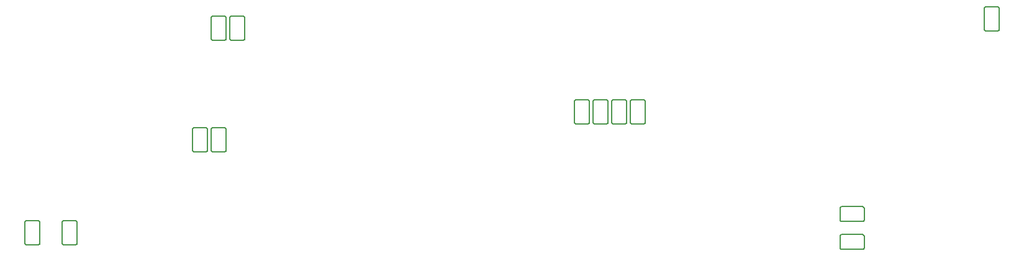
<source format=gbo>
G75*
%MOIN*%
%OFA0B0*%
%FSLAX25Y25*%
%IPPOS*%
%LPD*%
%AMOC8*
5,1,8,0,0,1.08239X$1,22.5*
%
%ADD10C,0.00600*%
D10*
X0147300Y0115800D02*
X0147300Y0126800D01*
X0147302Y0126860D01*
X0147307Y0126921D01*
X0147316Y0126980D01*
X0147329Y0127039D01*
X0147345Y0127098D01*
X0147365Y0127155D01*
X0147388Y0127210D01*
X0147415Y0127265D01*
X0147444Y0127317D01*
X0147477Y0127368D01*
X0147513Y0127417D01*
X0147551Y0127463D01*
X0147593Y0127507D01*
X0147637Y0127549D01*
X0147683Y0127587D01*
X0147732Y0127623D01*
X0147783Y0127656D01*
X0147835Y0127685D01*
X0147890Y0127712D01*
X0147945Y0127735D01*
X0148002Y0127755D01*
X0148061Y0127771D01*
X0148120Y0127784D01*
X0148179Y0127793D01*
X0148240Y0127798D01*
X0148300Y0127800D01*
X0154300Y0127800D01*
X0154360Y0127798D01*
X0154421Y0127793D01*
X0154480Y0127784D01*
X0154539Y0127771D01*
X0154598Y0127755D01*
X0154655Y0127735D01*
X0154710Y0127712D01*
X0154765Y0127685D01*
X0154817Y0127656D01*
X0154868Y0127623D01*
X0154917Y0127587D01*
X0154963Y0127549D01*
X0155007Y0127507D01*
X0155049Y0127463D01*
X0155087Y0127417D01*
X0155123Y0127368D01*
X0155156Y0127317D01*
X0155185Y0127265D01*
X0155212Y0127210D01*
X0155235Y0127155D01*
X0155255Y0127098D01*
X0155271Y0127039D01*
X0155284Y0126980D01*
X0155293Y0126921D01*
X0155298Y0126860D01*
X0155300Y0126800D01*
X0155300Y0115800D01*
X0155298Y0115740D01*
X0155293Y0115679D01*
X0155284Y0115620D01*
X0155271Y0115561D01*
X0155255Y0115502D01*
X0155235Y0115445D01*
X0155212Y0115390D01*
X0155185Y0115335D01*
X0155156Y0115283D01*
X0155123Y0115232D01*
X0155087Y0115183D01*
X0155049Y0115137D01*
X0155007Y0115093D01*
X0154963Y0115051D01*
X0154917Y0115013D01*
X0154868Y0114977D01*
X0154817Y0114944D01*
X0154765Y0114915D01*
X0154710Y0114888D01*
X0154655Y0114865D01*
X0154598Y0114845D01*
X0154539Y0114829D01*
X0154480Y0114816D01*
X0154421Y0114807D01*
X0154360Y0114802D01*
X0154300Y0114800D01*
X0148300Y0114800D01*
X0148240Y0114802D01*
X0148179Y0114807D01*
X0148120Y0114816D01*
X0148061Y0114829D01*
X0148002Y0114845D01*
X0147945Y0114865D01*
X0147890Y0114888D01*
X0147835Y0114915D01*
X0147783Y0114944D01*
X0147732Y0114977D01*
X0147683Y0115013D01*
X0147637Y0115051D01*
X0147593Y0115093D01*
X0147551Y0115137D01*
X0147513Y0115183D01*
X0147477Y0115232D01*
X0147444Y0115283D01*
X0147415Y0115335D01*
X0147388Y0115390D01*
X0147365Y0115445D01*
X0147345Y0115502D01*
X0147329Y0115561D01*
X0147316Y0115620D01*
X0147307Y0115679D01*
X0147302Y0115740D01*
X0147300Y0115800D01*
X0167300Y0115800D02*
X0167300Y0126800D01*
X0167302Y0126860D01*
X0167307Y0126921D01*
X0167316Y0126980D01*
X0167329Y0127039D01*
X0167345Y0127098D01*
X0167365Y0127155D01*
X0167388Y0127210D01*
X0167415Y0127265D01*
X0167444Y0127317D01*
X0167477Y0127368D01*
X0167513Y0127417D01*
X0167551Y0127463D01*
X0167593Y0127507D01*
X0167637Y0127549D01*
X0167683Y0127587D01*
X0167732Y0127623D01*
X0167783Y0127656D01*
X0167835Y0127685D01*
X0167890Y0127712D01*
X0167945Y0127735D01*
X0168002Y0127755D01*
X0168061Y0127771D01*
X0168120Y0127784D01*
X0168179Y0127793D01*
X0168240Y0127798D01*
X0168300Y0127800D01*
X0174300Y0127800D01*
X0174360Y0127798D01*
X0174421Y0127793D01*
X0174480Y0127784D01*
X0174539Y0127771D01*
X0174598Y0127755D01*
X0174655Y0127735D01*
X0174710Y0127712D01*
X0174765Y0127685D01*
X0174817Y0127656D01*
X0174868Y0127623D01*
X0174917Y0127587D01*
X0174963Y0127549D01*
X0175007Y0127507D01*
X0175049Y0127463D01*
X0175087Y0127417D01*
X0175123Y0127368D01*
X0175156Y0127317D01*
X0175185Y0127265D01*
X0175212Y0127210D01*
X0175235Y0127155D01*
X0175255Y0127098D01*
X0175271Y0127039D01*
X0175284Y0126980D01*
X0175293Y0126921D01*
X0175298Y0126860D01*
X0175300Y0126800D01*
X0175300Y0115800D01*
X0175298Y0115740D01*
X0175293Y0115679D01*
X0175284Y0115620D01*
X0175271Y0115561D01*
X0175255Y0115502D01*
X0175235Y0115445D01*
X0175212Y0115390D01*
X0175185Y0115335D01*
X0175156Y0115283D01*
X0175123Y0115232D01*
X0175087Y0115183D01*
X0175049Y0115137D01*
X0175007Y0115093D01*
X0174963Y0115051D01*
X0174917Y0115013D01*
X0174868Y0114977D01*
X0174817Y0114944D01*
X0174765Y0114915D01*
X0174710Y0114888D01*
X0174655Y0114865D01*
X0174598Y0114845D01*
X0174539Y0114829D01*
X0174480Y0114816D01*
X0174421Y0114807D01*
X0174360Y0114802D01*
X0174300Y0114800D01*
X0168300Y0114800D01*
X0168240Y0114802D01*
X0168179Y0114807D01*
X0168120Y0114816D01*
X0168061Y0114829D01*
X0168002Y0114845D01*
X0167945Y0114865D01*
X0167890Y0114888D01*
X0167835Y0114915D01*
X0167783Y0114944D01*
X0167732Y0114977D01*
X0167683Y0115013D01*
X0167637Y0115051D01*
X0167593Y0115093D01*
X0167551Y0115137D01*
X0167513Y0115183D01*
X0167477Y0115232D01*
X0167444Y0115283D01*
X0167415Y0115335D01*
X0167388Y0115390D01*
X0167365Y0115445D01*
X0167345Y0115502D01*
X0167329Y0115561D01*
X0167316Y0115620D01*
X0167307Y0115679D01*
X0167302Y0115740D01*
X0167300Y0115800D01*
X0237300Y0165800D02*
X0237300Y0176800D01*
X0237302Y0176860D01*
X0237307Y0176921D01*
X0237316Y0176980D01*
X0237329Y0177039D01*
X0237345Y0177098D01*
X0237365Y0177155D01*
X0237388Y0177210D01*
X0237415Y0177265D01*
X0237444Y0177317D01*
X0237477Y0177368D01*
X0237513Y0177417D01*
X0237551Y0177463D01*
X0237593Y0177507D01*
X0237637Y0177549D01*
X0237683Y0177587D01*
X0237732Y0177623D01*
X0237783Y0177656D01*
X0237835Y0177685D01*
X0237890Y0177712D01*
X0237945Y0177735D01*
X0238002Y0177755D01*
X0238061Y0177771D01*
X0238120Y0177784D01*
X0238179Y0177793D01*
X0238240Y0177798D01*
X0238300Y0177800D01*
X0244300Y0177800D01*
X0244360Y0177798D01*
X0244421Y0177793D01*
X0244480Y0177784D01*
X0244539Y0177771D01*
X0244598Y0177755D01*
X0244655Y0177735D01*
X0244710Y0177712D01*
X0244765Y0177685D01*
X0244817Y0177656D01*
X0244868Y0177623D01*
X0244917Y0177587D01*
X0244963Y0177549D01*
X0245007Y0177507D01*
X0245049Y0177463D01*
X0245087Y0177417D01*
X0245123Y0177368D01*
X0245156Y0177317D01*
X0245185Y0177265D01*
X0245212Y0177210D01*
X0245235Y0177155D01*
X0245255Y0177098D01*
X0245271Y0177039D01*
X0245284Y0176980D01*
X0245293Y0176921D01*
X0245298Y0176860D01*
X0245300Y0176800D01*
X0245300Y0165800D01*
X0245298Y0165740D01*
X0245293Y0165679D01*
X0245284Y0165620D01*
X0245271Y0165561D01*
X0245255Y0165502D01*
X0245235Y0165445D01*
X0245212Y0165390D01*
X0245185Y0165335D01*
X0245156Y0165283D01*
X0245123Y0165232D01*
X0245087Y0165183D01*
X0245049Y0165137D01*
X0245007Y0165093D01*
X0244963Y0165051D01*
X0244917Y0165013D01*
X0244868Y0164977D01*
X0244817Y0164944D01*
X0244765Y0164915D01*
X0244710Y0164888D01*
X0244655Y0164865D01*
X0244598Y0164845D01*
X0244539Y0164829D01*
X0244480Y0164816D01*
X0244421Y0164807D01*
X0244360Y0164802D01*
X0244300Y0164800D01*
X0238300Y0164800D01*
X0238240Y0164802D01*
X0238179Y0164807D01*
X0238120Y0164816D01*
X0238061Y0164829D01*
X0238002Y0164845D01*
X0237945Y0164865D01*
X0237890Y0164888D01*
X0237835Y0164915D01*
X0237783Y0164944D01*
X0237732Y0164977D01*
X0237683Y0165013D01*
X0237637Y0165051D01*
X0237593Y0165093D01*
X0237551Y0165137D01*
X0237513Y0165183D01*
X0237477Y0165232D01*
X0237444Y0165283D01*
X0237415Y0165335D01*
X0237388Y0165390D01*
X0237365Y0165445D01*
X0237345Y0165502D01*
X0237329Y0165561D01*
X0237316Y0165620D01*
X0237307Y0165679D01*
X0237302Y0165740D01*
X0237300Y0165800D01*
X0247300Y0165800D02*
X0247300Y0176800D01*
X0247302Y0176860D01*
X0247307Y0176921D01*
X0247316Y0176980D01*
X0247329Y0177039D01*
X0247345Y0177098D01*
X0247365Y0177155D01*
X0247388Y0177210D01*
X0247415Y0177265D01*
X0247444Y0177317D01*
X0247477Y0177368D01*
X0247513Y0177417D01*
X0247551Y0177463D01*
X0247593Y0177507D01*
X0247637Y0177549D01*
X0247683Y0177587D01*
X0247732Y0177623D01*
X0247783Y0177656D01*
X0247835Y0177685D01*
X0247890Y0177712D01*
X0247945Y0177735D01*
X0248002Y0177755D01*
X0248061Y0177771D01*
X0248120Y0177784D01*
X0248179Y0177793D01*
X0248240Y0177798D01*
X0248300Y0177800D01*
X0254300Y0177800D01*
X0254360Y0177798D01*
X0254421Y0177793D01*
X0254480Y0177784D01*
X0254539Y0177771D01*
X0254598Y0177755D01*
X0254655Y0177735D01*
X0254710Y0177712D01*
X0254765Y0177685D01*
X0254817Y0177656D01*
X0254868Y0177623D01*
X0254917Y0177587D01*
X0254963Y0177549D01*
X0255007Y0177507D01*
X0255049Y0177463D01*
X0255087Y0177417D01*
X0255123Y0177368D01*
X0255156Y0177317D01*
X0255185Y0177265D01*
X0255212Y0177210D01*
X0255235Y0177155D01*
X0255255Y0177098D01*
X0255271Y0177039D01*
X0255284Y0176980D01*
X0255293Y0176921D01*
X0255298Y0176860D01*
X0255300Y0176800D01*
X0255300Y0165800D01*
X0255298Y0165740D01*
X0255293Y0165679D01*
X0255284Y0165620D01*
X0255271Y0165561D01*
X0255255Y0165502D01*
X0255235Y0165445D01*
X0255212Y0165390D01*
X0255185Y0165335D01*
X0255156Y0165283D01*
X0255123Y0165232D01*
X0255087Y0165183D01*
X0255049Y0165137D01*
X0255007Y0165093D01*
X0254963Y0165051D01*
X0254917Y0165013D01*
X0254868Y0164977D01*
X0254817Y0164944D01*
X0254765Y0164915D01*
X0254710Y0164888D01*
X0254655Y0164865D01*
X0254598Y0164845D01*
X0254539Y0164829D01*
X0254480Y0164816D01*
X0254421Y0164807D01*
X0254360Y0164802D01*
X0254300Y0164800D01*
X0248300Y0164800D01*
X0248240Y0164802D01*
X0248179Y0164807D01*
X0248120Y0164816D01*
X0248061Y0164829D01*
X0248002Y0164845D01*
X0247945Y0164865D01*
X0247890Y0164888D01*
X0247835Y0164915D01*
X0247783Y0164944D01*
X0247732Y0164977D01*
X0247683Y0165013D01*
X0247637Y0165051D01*
X0247593Y0165093D01*
X0247551Y0165137D01*
X0247513Y0165183D01*
X0247477Y0165232D01*
X0247444Y0165283D01*
X0247415Y0165335D01*
X0247388Y0165390D01*
X0247365Y0165445D01*
X0247345Y0165502D01*
X0247329Y0165561D01*
X0247316Y0165620D01*
X0247307Y0165679D01*
X0247302Y0165740D01*
X0247300Y0165800D01*
X0248300Y0224800D02*
X0254300Y0224800D01*
X0254360Y0224802D01*
X0254421Y0224807D01*
X0254480Y0224816D01*
X0254539Y0224829D01*
X0254598Y0224845D01*
X0254655Y0224865D01*
X0254710Y0224888D01*
X0254765Y0224915D01*
X0254817Y0224944D01*
X0254868Y0224977D01*
X0254917Y0225013D01*
X0254963Y0225051D01*
X0255007Y0225093D01*
X0255049Y0225137D01*
X0255087Y0225183D01*
X0255123Y0225232D01*
X0255156Y0225283D01*
X0255185Y0225335D01*
X0255212Y0225390D01*
X0255235Y0225445D01*
X0255255Y0225502D01*
X0255271Y0225561D01*
X0255284Y0225620D01*
X0255293Y0225679D01*
X0255298Y0225740D01*
X0255300Y0225800D01*
X0255300Y0236800D01*
X0255298Y0236860D01*
X0255293Y0236921D01*
X0255284Y0236980D01*
X0255271Y0237039D01*
X0255255Y0237098D01*
X0255235Y0237155D01*
X0255212Y0237210D01*
X0255185Y0237265D01*
X0255156Y0237317D01*
X0255123Y0237368D01*
X0255087Y0237417D01*
X0255049Y0237463D01*
X0255007Y0237507D01*
X0254963Y0237549D01*
X0254917Y0237587D01*
X0254868Y0237623D01*
X0254817Y0237656D01*
X0254765Y0237685D01*
X0254710Y0237712D01*
X0254655Y0237735D01*
X0254598Y0237755D01*
X0254539Y0237771D01*
X0254480Y0237784D01*
X0254421Y0237793D01*
X0254360Y0237798D01*
X0254300Y0237800D01*
X0248300Y0237800D01*
X0248240Y0237798D01*
X0248179Y0237793D01*
X0248120Y0237784D01*
X0248061Y0237771D01*
X0248002Y0237755D01*
X0247945Y0237735D01*
X0247890Y0237712D01*
X0247835Y0237685D01*
X0247783Y0237656D01*
X0247732Y0237623D01*
X0247683Y0237587D01*
X0247637Y0237549D01*
X0247593Y0237507D01*
X0247551Y0237463D01*
X0247513Y0237417D01*
X0247477Y0237368D01*
X0247444Y0237317D01*
X0247415Y0237265D01*
X0247388Y0237210D01*
X0247365Y0237155D01*
X0247345Y0237098D01*
X0247329Y0237039D01*
X0247316Y0236980D01*
X0247307Y0236921D01*
X0247302Y0236860D01*
X0247300Y0236800D01*
X0247300Y0225800D01*
X0247302Y0225740D01*
X0247307Y0225679D01*
X0247316Y0225620D01*
X0247329Y0225561D01*
X0247345Y0225502D01*
X0247365Y0225445D01*
X0247388Y0225390D01*
X0247415Y0225335D01*
X0247444Y0225283D01*
X0247477Y0225232D01*
X0247513Y0225183D01*
X0247551Y0225137D01*
X0247593Y0225093D01*
X0247637Y0225051D01*
X0247683Y0225013D01*
X0247732Y0224977D01*
X0247783Y0224944D01*
X0247835Y0224915D01*
X0247890Y0224888D01*
X0247945Y0224865D01*
X0248002Y0224845D01*
X0248061Y0224829D01*
X0248120Y0224816D01*
X0248179Y0224807D01*
X0248240Y0224802D01*
X0248300Y0224800D01*
X0257300Y0225800D02*
X0257300Y0236800D01*
X0257302Y0236860D01*
X0257307Y0236921D01*
X0257316Y0236980D01*
X0257329Y0237039D01*
X0257345Y0237098D01*
X0257365Y0237155D01*
X0257388Y0237210D01*
X0257415Y0237265D01*
X0257444Y0237317D01*
X0257477Y0237368D01*
X0257513Y0237417D01*
X0257551Y0237463D01*
X0257593Y0237507D01*
X0257637Y0237549D01*
X0257683Y0237587D01*
X0257732Y0237623D01*
X0257783Y0237656D01*
X0257835Y0237685D01*
X0257890Y0237712D01*
X0257945Y0237735D01*
X0258002Y0237755D01*
X0258061Y0237771D01*
X0258120Y0237784D01*
X0258179Y0237793D01*
X0258240Y0237798D01*
X0258300Y0237800D01*
X0264300Y0237800D01*
X0264360Y0237798D01*
X0264421Y0237793D01*
X0264480Y0237784D01*
X0264539Y0237771D01*
X0264598Y0237755D01*
X0264655Y0237735D01*
X0264710Y0237712D01*
X0264765Y0237685D01*
X0264817Y0237656D01*
X0264868Y0237623D01*
X0264917Y0237587D01*
X0264963Y0237549D01*
X0265007Y0237507D01*
X0265049Y0237463D01*
X0265087Y0237417D01*
X0265123Y0237368D01*
X0265156Y0237317D01*
X0265185Y0237265D01*
X0265212Y0237210D01*
X0265235Y0237155D01*
X0265255Y0237098D01*
X0265271Y0237039D01*
X0265284Y0236980D01*
X0265293Y0236921D01*
X0265298Y0236860D01*
X0265300Y0236800D01*
X0265300Y0225800D01*
X0265298Y0225740D01*
X0265293Y0225679D01*
X0265284Y0225620D01*
X0265271Y0225561D01*
X0265255Y0225502D01*
X0265235Y0225445D01*
X0265212Y0225390D01*
X0265185Y0225335D01*
X0265156Y0225283D01*
X0265123Y0225232D01*
X0265087Y0225183D01*
X0265049Y0225137D01*
X0265007Y0225093D01*
X0264963Y0225051D01*
X0264917Y0225013D01*
X0264868Y0224977D01*
X0264817Y0224944D01*
X0264765Y0224915D01*
X0264710Y0224888D01*
X0264655Y0224865D01*
X0264598Y0224845D01*
X0264539Y0224829D01*
X0264480Y0224816D01*
X0264421Y0224807D01*
X0264360Y0224802D01*
X0264300Y0224800D01*
X0258300Y0224800D01*
X0258240Y0224802D01*
X0258179Y0224807D01*
X0258120Y0224816D01*
X0258061Y0224829D01*
X0258002Y0224845D01*
X0257945Y0224865D01*
X0257890Y0224888D01*
X0257835Y0224915D01*
X0257783Y0224944D01*
X0257732Y0224977D01*
X0257683Y0225013D01*
X0257637Y0225051D01*
X0257593Y0225093D01*
X0257551Y0225137D01*
X0257513Y0225183D01*
X0257477Y0225232D01*
X0257444Y0225283D01*
X0257415Y0225335D01*
X0257388Y0225390D01*
X0257365Y0225445D01*
X0257345Y0225502D01*
X0257329Y0225561D01*
X0257316Y0225620D01*
X0257307Y0225679D01*
X0257302Y0225740D01*
X0257300Y0225800D01*
X0442300Y0191800D02*
X0442300Y0180800D01*
X0442302Y0180740D01*
X0442307Y0180679D01*
X0442316Y0180620D01*
X0442329Y0180561D01*
X0442345Y0180502D01*
X0442365Y0180445D01*
X0442388Y0180390D01*
X0442415Y0180335D01*
X0442444Y0180283D01*
X0442477Y0180232D01*
X0442513Y0180183D01*
X0442551Y0180137D01*
X0442593Y0180093D01*
X0442637Y0180051D01*
X0442683Y0180013D01*
X0442732Y0179977D01*
X0442783Y0179944D01*
X0442835Y0179915D01*
X0442890Y0179888D01*
X0442945Y0179865D01*
X0443002Y0179845D01*
X0443061Y0179829D01*
X0443120Y0179816D01*
X0443179Y0179807D01*
X0443240Y0179802D01*
X0443300Y0179800D01*
X0449300Y0179800D01*
X0449360Y0179802D01*
X0449421Y0179807D01*
X0449480Y0179816D01*
X0449539Y0179829D01*
X0449598Y0179845D01*
X0449655Y0179865D01*
X0449710Y0179888D01*
X0449765Y0179915D01*
X0449817Y0179944D01*
X0449868Y0179977D01*
X0449917Y0180013D01*
X0449963Y0180051D01*
X0450007Y0180093D01*
X0450049Y0180137D01*
X0450087Y0180183D01*
X0450123Y0180232D01*
X0450156Y0180283D01*
X0450185Y0180335D01*
X0450212Y0180390D01*
X0450235Y0180445D01*
X0450255Y0180502D01*
X0450271Y0180561D01*
X0450284Y0180620D01*
X0450293Y0180679D01*
X0450298Y0180740D01*
X0450300Y0180800D01*
X0450300Y0191800D01*
X0450298Y0191860D01*
X0450293Y0191921D01*
X0450284Y0191980D01*
X0450271Y0192039D01*
X0450255Y0192098D01*
X0450235Y0192155D01*
X0450212Y0192210D01*
X0450185Y0192265D01*
X0450156Y0192317D01*
X0450123Y0192368D01*
X0450087Y0192417D01*
X0450049Y0192463D01*
X0450007Y0192507D01*
X0449963Y0192549D01*
X0449917Y0192587D01*
X0449868Y0192623D01*
X0449817Y0192656D01*
X0449765Y0192685D01*
X0449710Y0192712D01*
X0449655Y0192735D01*
X0449598Y0192755D01*
X0449539Y0192771D01*
X0449480Y0192784D01*
X0449421Y0192793D01*
X0449360Y0192798D01*
X0449300Y0192800D01*
X0443300Y0192800D01*
X0443240Y0192798D01*
X0443179Y0192793D01*
X0443120Y0192784D01*
X0443061Y0192771D01*
X0443002Y0192755D01*
X0442945Y0192735D01*
X0442890Y0192712D01*
X0442835Y0192685D01*
X0442783Y0192656D01*
X0442732Y0192623D01*
X0442683Y0192587D01*
X0442637Y0192549D01*
X0442593Y0192507D01*
X0442551Y0192463D01*
X0442513Y0192417D01*
X0442477Y0192368D01*
X0442444Y0192317D01*
X0442415Y0192265D01*
X0442388Y0192210D01*
X0442365Y0192155D01*
X0442345Y0192098D01*
X0442329Y0192039D01*
X0442316Y0191980D01*
X0442307Y0191921D01*
X0442302Y0191860D01*
X0442300Y0191800D01*
X0452300Y0191800D02*
X0452300Y0180800D01*
X0452302Y0180740D01*
X0452307Y0180679D01*
X0452316Y0180620D01*
X0452329Y0180561D01*
X0452345Y0180502D01*
X0452365Y0180445D01*
X0452388Y0180390D01*
X0452415Y0180335D01*
X0452444Y0180283D01*
X0452477Y0180232D01*
X0452513Y0180183D01*
X0452551Y0180137D01*
X0452593Y0180093D01*
X0452637Y0180051D01*
X0452683Y0180013D01*
X0452732Y0179977D01*
X0452783Y0179944D01*
X0452835Y0179915D01*
X0452890Y0179888D01*
X0452945Y0179865D01*
X0453002Y0179845D01*
X0453061Y0179829D01*
X0453120Y0179816D01*
X0453179Y0179807D01*
X0453240Y0179802D01*
X0453300Y0179800D01*
X0459300Y0179800D01*
X0459360Y0179802D01*
X0459421Y0179807D01*
X0459480Y0179816D01*
X0459539Y0179829D01*
X0459598Y0179845D01*
X0459655Y0179865D01*
X0459710Y0179888D01*
X0459765Y0179915D01*
X0459817Y0179944D01*
X0459868Y0179977D01*
X0459917Y0180013D01*
X0459963Y0180051D01*
X0460007Y0180093D01*
X0460049Y0180137D01*
X0460087Y0180183D01*
X0460123Y0180232D01*
X0460156Y0180283D01*
X0460185Y0180335D01*
X0460212Y0180390D01*
X0460235Y0180445D01*
X0460255Y0180502D01*
X0460271Y0180561D01*
X0460284Y0180620D01*
X0460293Y0180679D01*
X0460298Y0180740D01*
X0460300Y0180800D01*
X0460300Y0191800D01*
X0460298Y0191860D01*
X0460293Y0191921D01*
X0460284Y0191980D01*
X0460271Y0192039D01*
X0460255Y0192098D01*
X0460235Y0192155D01*
X0460212Y0192210D01*
X0460185Y0192265D01*
X0460156Y0192317D01*
X0460123Y0192368D01*
X0460087Y0192417D01*
X0460049Y0192463D01*
X0460007Y0192507D01*
X0459963Y0192549D01*
X0459917Y0192587D01*
X0459868Y0192623D01*
X0459817Y0192656D01*
X0459765Y0192685D01*
X0459710Y0192712D01*
X0459655Y0192735D01*
X0459598Y0192755D01*
X0459539Y0192771D01*
X0459480Y0192784D01*
X0459421Y0192793D01*
X0459360Y0192798D01*
X0459300Y0192800D01*
X0453300Y0192800D01*
X0453240Y0192798D01*
X0453179Y0192793D01*
X0453120Y0192784D01*
X0453061Y0192771D01*
X0453002Y0192755D01*
X0452945Y0192735D01*
X0452890Y0192712D01*
X0452835Y0192685D01*
X0452783Y0192656D01*
X0452732Y0192623D01*
X0452683Y0192587D01*
X0452637Y0192549D01*
X0452593Y0192507D01*
X0452551Y0192463D01*
X0452513Y0192417D01*
X0452477Y0192368D01*
X0452444Y0192317D01*
X0452415Y0192265D01*
X0452388Y0192210D01*
X0452365Y0192155D01*
X0452345Y0192098D01*
X0452329Y0192039D01*
X0452316Y0191980D01*
X0452307Y0191921D01*
X0452302Y0191860D01*
X0452300Y0191800D01*
X0462300Y0191800D02*
X0462300Y0180800D01*
X0462302Y0180740D01*
X0462307Y0180679D01*
X0462316Y0180620D01*
X0462329Y0180561D01*
X0462345Y0180502D01*
X0462365Y0180445D01*
X0462388Y0180390D01*
X0462415Y0180335D01*
X0462444Y0180283D01*
X0462477Y0180232D01*
X0462513Y0180183D01*
X0462551Y0180137D01*
X0462593Y0180093D01*
X0462637Y0180051D01*
X0462683Y0180013D01*
X0462732Y0179977D01*
X0462783Y0179944D01*
X0462835Y0179915D01*
X0462890Y0179888D01*
X0462945Y0179865D01*
X0463002Y0179845D01*
X0463061Y0179829D01*
X0463120Y0179816D01*
X0463179Y0179807D01*
X0463240Y0179802D01*
X0463300Y0179800D01*
X0469300Y0179800D01*
X0469360Y0179802D01*
X0469421Y0179807D01*
X0469480Y0179816D01*
X0469539Y0179829D01*
X0469598Y0179845D01*
X0469655Y0179865D01*
X0469710Y0179888D01*
X0469765Y0179915D01*
X0469817Y0179944D01*
X0469868Y0179977D01*
X0469917Y0180013D01*
X0469963Y0180051D01*
X0470007Y0180093D01*
X0470049Y0180137D01*
X0470087Y0180183D01*
X0470123Y0180232D01*
X0470156Y0180283D01*
X0470185Y0180335D01*
X0470212Y0180390D01*
X0470235Y0180445D01*
X0470255Y0180502D01*
X0470271Y0180561D01*
X0470284Y0180620D01*
X0470293Y0180679D01*
X0470298Y0180740D01*
X0470300Y0180800D01*
X0470300Y0191800D01*
X0470298Y0191860D01*
X0470293Y0191921D01*
X0470284Y0191980D01*
X0470271Y0192039D01*
X0470255Y0192098D01*
X0470235Y0192155D01*
X0470212Y0192210D01*
X0470185Y0192265D01*
X0470156Y0192317D01*
X0470123Y0192368D01*
X0470087Y0192417D01*
X0470049Y0192463D01*
X0470007Y0192507D01*
X0469963Y0192549D01*
X0469917Y0192587D01*
X0469868Y0192623D01*
X0469817Y0192656D01*
X0469765Y0192685D01*
X0469710Y0192712D01*
X0469655Y0192735D01*
X0469598Y0192755D01*
X0469539Y0192771D01*
X0469480Y0192784D01*
X0469421Y0192793D01*
X0469360Y0192798D01*
X0469300Y0192800D01*
X0463300Y0192800D01*
X0463240Y0192798D01*
X0463179Y0192793D01*
X0463120Y0192784D01*
X0463061Y0192771D01*
X0463002Y0192755D01*
X0462945Y0192735D01*
X0462890Y0192712D01*
X0462835Y0192685D01*
X0462783Y0192656D01*
X0462732Y0192623D01*
X0462683Y0192587D01*
X0462637Y0192549D01*
X0462593Y0192507D01*
X0462551Y0192463D01*
X0462513Y0192417D01*
X0462477Y0192368D01*
X0462444Y0192317D01*
X0462415Y0192265D01*
X0462388Y0192210D01*
X0462365Y0192155D01*
X0462345Y0192098D01*
X0462329Y0192039D01*
X0462316Y0191980D01*
X0462307Y0191921D01*
X0462302Y0191860D01*
X0462300Y0191800D01*
X0472300Y0191800D02*
X0472300Y0180800D01*
X0472302Y0180740D01*
X0472307Y0180679D01*
X0472316Y0180620D01*
X0472329Y0180561D01*
X0472345Y0180502D01*
X0472365Y0180445D01*
X0472388Y0180390D01*
X0472415Y0180335D01*
X0472444Y0180283D01*
X0472477Y0180232D01*
X0472513Y0180183D01*
X0472551Y0180137D01*
X0472593Y0180093D01*
X0472637Y0180051D01*
X0472683Y0180013D01*
X0472732Y0179977D01*
X0472783Y0179944D01*
X0472835Y0179915D01*
X0472890Y0179888D01*
X0472945Y0179865D01*
X0473002Y0179845D01*
X0473061Y0179829D01*
X0473120Y0179816D01*
X0473179Y0179807D01*
X0473240Y0179802D01*
X0473300Y0179800D01*
X0479300Y0179800D01*
X0479360Y0179802D01*
X0479421Y0179807D01*
X0479480Y0179816D01*
X0479539Y0179829D01*
X0479598Y0179845D01*
X0479655Y0179865D01*
X0479710Y0179888D01*
X0479765Y0179915D01*
X0479817Y0179944D01*
X0479868Y0179977D01*
X0479917Y0180013D01*
X0479963Y0180051D01*
X0480007Y0180093D01*
X0480049Y0180137D01*
X0480087Y0180183D01*
X0480123Y0180232D01*
X0480156Y0180283D01*
X0480185Y0180335D01*
X0480212Y0180390D01*
X0480235Y0180445D01*
X0480255Y0180502D01*
X0480271Y0180561D01*
X0480284Y0180620D01*
X0480293Y0180679D01*
X0480298Y0180740D01*
X0480300Y0180800D01*
X0480300Y0191800D01*
X0480298Y0191860D01*
X0480293Y0191921D01*
X0480284Y0191980D01*
X0480271Y0192039D01*
X0480255Y0192098D01*
X0480235Y0192155D01*
X0480212Y0192210D01*
X0480185Y0192265D01*
X0480156Y0192317D01*
X0480123Y0192368D01*
X0480087Y0192417D01*
X0480049Y0192463D01*
X0480007Y0192507D01*
X0479963Y0192549D01*
X0479917Y0192587D01*
X0479868Y0192623D01*
X0479817Y0192656D01*
X0479765Y0192685D01*
X0479710Y0192712D01*
X0479655Y0192735D01*
X0479598Y0192755D01*
X0479539Y0192771D01*
X0479480Y0192784D01*
X0479421Y0192793D01*
X0479360Y0192798D01*
X0479300Y0192800D01*
X0473300Y0192800D01*
X0473240Y0192798D01*
X0473179Y0192793D01*
X0473120Y0192784D01*
X0473061Y0192771D01*
X0473002Y0192755D01*
X0472945Y0192735D01*
X0472890Y0192712D01*
X0472835Y0192685D01*
X0472783Y0192656D01*
X0472732Y0192623D01*
X0472683Y0192587D01*
X0472637Y0192549D01*
X0472593Y0192507D01*
X0472551Y0192463D01*
X0472513Y0192417D01*
X0472477Y0192368D01*
X0472444Y0192317D01*
X0472415Y0192265D01*
X0472388Y0192210D01*
X0472365Y0192155D01*
X0472345Y0192098D01*
X0472329Y0192039D01*
X0472316Y0191980D01*
X0472307Y0191921D01*
X0472302Y0191860D01*
X0472300Y0191800D01*
X0584800Y0134300D02*
X0584800Y0128300D01*
X0584802Y0128240D01*
X0584807Y0128179D01*
X0584816Y0128120D01*
X0584829Y0128061D01*
X0584845Y0128002D01*
X0584865Y0127945D01*
X0584888Y0127890D01*
X0584915Y0127835D01*
X0584944Y0127783D01*
X0584977Y0127732D01*
X0585013Y0127683D01*
X0585051Y0127637D01*
X0585093Y0127593D01*
X0585137Y0127551D01*
X0585183Y0127513D01*
X0585232Y0127477D01*
X0585283Y0127444D01*
X0585335Y0127415D01*
X0585390Y0127388D01*
X0585445Y0127365D01*
X0585502Y0127345D01*
X0585561Y0127329D01*
X0585620Y0127316D01*
X0585679Y0127307D01*
X0585740Y0127302D01*
X0585800Y0127300D01*
X0596800Y0127300D01*
X0596860Y0127302D01*
X0596921Y0127307D01*
X0596980Y0127316D01*
X0597039Y0127329D01*
X0597098Y0127345D01*
X0597155Y0127365D01*
X0597210Y0127388D01*
X0597265Y0127415D01*
X0597317Y0127444D01*
X0597368Y0127477D01*
X0597417Y0127513D01*
X0597463Y0127551D01*
X0597507Y0127593D01*
X0597549Y0127637D01*
X0597587Y0127683D01*
X0597623Y0127732D01*
X0597656Y0127783D01*
X0597685Y0127835D01*
X0597712Y0127890D01*
X0597735Y0127945D01*
X0597755Y0128002D01*
X0597771Y0128061D01*
X0597784Y0128120D01*
X0597793Y0128179D01*
X0597798Y0128240D01*
X0597800Y0128300D01*
X0597800Y0134300D01*
X0597798Y0134360D01*
X0597793Y0134421D01*
X0597784Y0134480D01*
X0597771Y0134539D01*
X0597755Y0134598D01*
X0597735Y0134655D01*
X0597712Y0134710D01*
X0597685Y0134765D01*
X0597656Y0134817D01*
X0597623Y0134868D01*
X0597587Y0134917D01*
X0597549Y0134963D01*
X0597507Y0135007D01*
X0597463Y0135049D01*
X0597417Y0135087D01*
X0597368Y0135123D01*
X0597317Y0135156D01*
X0597265Y0135185D01*
X0597210Y0135212D01*
X0597155Y0135235D01*
X0597098Y0135255D01*
X0597039Y0135271D01*
X0596980Y0135284D01*
X0596921Y0135293D01*
X0596860Y0135298D01*
X0596800Y0135300D01*
X0585800Y0135300D01*
X0585740Y0135298D01*
X0585679Y0135293D01*
X0585620Y0135284D01*
X0585561Y0135271D01*
X0585502Y0135255D01*
X0585445Y0135235D01*
X0585390Y0135212D01*
X0585335Y0135185D01*
X0585283Y0135156D01*
X0585232Y0135123D01*
X0585183Y0135087D01*
X0585137Y0135049D01*
X0585093Y0135007D01*
X0585051Y0134963D01*
X0585013Y0134917D01*
X0584977Y0134868D01*
X0584944Y0134817D01*
X0584915Y0134765D01*
X0584888Y0134710D01*
X0584865Y0134655D01*
X0584845Y0134598D01*
X0584829Y0134539D01*
X0584816Y0134480D01*
X0584807Y0134421D01*
X0584802Y0134360D01*
X0584800Y0134300D01*
X0585800Y0120300D02*
X0596800Y0120300D01*
X0596860Y0120298D01*
X0596921Y0120293D01*
X0596980Y0120284D01*
X0597039Y0120271D01*
X0597098Y0120255D01*
X0597155Y0120235D01*
X0597210Y0120212D01*
X0597265Y0120185D01*
X0597317Y0120156D01*
X0597368Y0120123D01*
X0597417Y0120087D01*
X0597463Y0120049D01*
X0597507Y0120007D01*
X0597549Y0119963D01*
X0597587Y0119917D01*
X0597623Y0119868D01*
X0597656Y0119817D01*
X0597685Y0119765D01*
X0597712Y0119710D01*
X0597735Y0119655D01*
X0597755Y0119598D01*
X0597771Y0119539D01*
X0597784Y0119480D01*
X0597793Y0119421D01*
X0597798Y0119360D01*
X0597800Y0119300D01*
X0597800Y0113300D01*
X0597798Y0113240D01*
X0597793Y0113179D01*
X0597784Y0113120D01*
X0597771Y0113061D01*
X0597755Y0113002D01*
X0597735Y0112945D01*
X0597712Y0112890D01*
X0597685Y0112835D01*
X0597656Y0112783D01*
X0597623Y0112732D01*
X0597587Y0112683D01*
X0597549Y0112637D01*
X0597507Y0112593D01*
X0597463Y0112551D01*
X0597417Y0112513D01*
X0597368Y0112477D01*
X0597317Y0112444D01*
X0597265Y0112415D01*
X0597210Y0112388D01*
X0597155Y0112365D01*
X0597098Y0112345D01*
X0597039Y0112329D01*
X0596980Y0112316D01*
X0596921Y0112307D01*
X0596860Y0112302D01*
X0596800Y0112300D01*
X0585800Y0112300D01*
X0585740Y0112302D01*
X0585679Y0112307D01*
X0585620Y0112316D01*
X0585561Y0112329D01*
X0585502Y0112345D01*
X0585445Y0112365D01*
X0585390Y0112388D01*
X0585335Y0112415D01*
X0585283Y0112444D01*
X0585232Y0112477D01*
X0585183Y0112513D01*
X0585137Y0112551D01*
X0585093Y0112593D01*
X0585051Y0112637D01*
X0585013Y0112683D01*
X0584977Y0112732D01*
X0584944Y0112783D01*
X0584915Y0112835D01*
X0584888Y0112890D01*
X0584865Y0112945D01*
X0584845Y0113002D01*
X0584829Y0113061D01*
X0584816Y0113120D01*
X0584807Y0113179D01*
X0584802Y0113240D01*
X0584800Y0113300D01*
X0584800Y0119300D01*
X0584802Y0119360D01*
X0584807Y0119421D01*
X0584816Y0119480D01*
X0584829Y0119539D01*
X0584845Y0119598D01*
X0584865Y0119655D01*
X0584888Y0119710D01*
X0584915Y0119765D01*
X0584944Y0119817D01*
X0584977Y0119868D01*
X0585013Y0119917D01*
X0585051Y0119963D01*
X0585093Y0120007D01*
X0585137Y0120049D01*
X0585183Y0120087D01*
X0585232Y0120123D01*
X0585283Y0120156D01*
X0585335Y0120185D01*
X0585390Y0120212D01*
X0585445Y0120235D01*
X0585502Y0120255D01*
X0585561Y0120271D01*
X0585620Y0120284D01*
X0585679Y0120293D01*
X0585740Y0120298D01*
X0585800Y0120300D01*
X0663300Y0229800D02*
X0669300Y0229800D01*
X0669360Y0229802D01*
X0669421Y0229807D01*
X0669480Y0229816D01*
X0669539Y0229829D01*
X0669598Y0229845D01*
X0669655Y0229865D01*
X0669710Y0229888D01*
X0669765Y0229915D01*
X0669817Y0229944D01*
X0669868Y0229977D01*
X0669917Y0230013D01*
X0669963Y0230051D01*
X0670007Y0230093D01*
X0670049Y0230137D01*
X0670087Y0230183D01*
X0670123Y0230232D01*
X0670156Y0230283D01*
X0670185Y0230335D01*
X0670212Y0230390D01*
X0670235Y0230445D01*
X0670255Y0230502D01*
X0670271Y0230561D01*
X0670284Y0230620D01*
X0670293Y0230679D01*
X0670298Y0230740D01*
X0670300Y0230800D01*
X0670300Y0241800D01*
X0670298Y0241860D01*
X0670293Y0241921D01*
X0670284Y0241980D01*
X0670271Y0242039D01*
X0670255Y0242098D01*
X0670235Y0242155D01*
X0670212Y0242210D01*
X0670185Y0242265D01*
X0670156Y0242317D01*
X0670123Y0242368D01*
X0670087Y0242417D01*
X0670049Y0242463D01*
X0670007Y0242507D01*
X0669963Y0242549D01*
X0669917Y0242587D01*
X0669868Y0242623D01*
X0669817Y0242656D01*
X0669765Y0242685D01*
X0669710Y0242712D01*
X0669655Y0242735D01*
X0669598Y0242755D01*
X0669539Y0242771D01*
X0669480Y0242784D01*
X0669421Y0242793D01*
X0669360Y0242798D01*
X0669300Y0242800D01*
X0663300Y0242800D01*
X0663240Y0242798D01*
X0663179Y0242793D01*
X0663120Y0242784D01*
X0663061Y0242771D01*
X0663002Y0242755D01*
X0662945Y0242735D01*
X0662890Y0242712D01*
X0662835Y0242685D01*
X0662783Y0242656D01*
X0662732Y0242623D01*
X0662683Y0242587D01*
X0662637Y0242549D01*
X0662593Y0242507D01*
X0662551Y0242463D01*
X0662513Y0242417D01*
X0662477Y0242368D01*
X0662444Y0242317D01*
X0662415Y0242265D01*
X0662388Y0242210D01*
X0662365Y0242155D01*
X0662345Y0242098D01*
X0662329Y0242039D01*
X0662316Y0241980D01*
X0662307Y0241921D01*
X0662302Y0241860D01*
X0662300Y0241800D01*
X0662300Y0230800D01*
X0662302Y0230740D01*
X0662307Y0230679D01*
X0662316Y0230620D01*
X0662329Y0230561D01*
X0662345Y0230502D01*
X0662365Y0230445D01*
X0662388Y0230390D01*
X0662415Y0230335D01*
X0662444Y0230283D01*
X0662477Y0230232D01*
X0662513Y0230183D01*
X0662551Y0230137D01*
X0662593Y0230093D01*
X0662637Y0230051D01*
X0662683Y0230013D01*
X0662732Y0229977D01*
X0662783Y0229944D01*
X0662835Y0229915D01*
X0662890Y0229888D01*
X0662945Y0229865D01*
X0663002Y0229845D01*
X0663061Y0229829D01*
X0663120Y0229816D01*
X0663179Y0229807D01*
X0663240Y0229802D01*
X0663300Y0229800D01*
M02*

</source>
